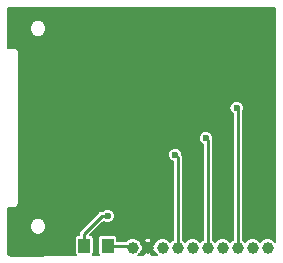
<source format=gbr>
G04 #@! TF.GenerationSoftware,KiCad,Pcbnew,(5.0.1-3-g963ef8bb5)*
G04 #@! TF.CreationDate,2019-06-17T12:23:27-10:00*
G04 #@! TF.ProjectId,OpenHAK_Display,4F70656E48414B5F446973706C61792E,rev?*
G04 #@! TF.SameCoordinates,Original*
G04 #@! TF.FileFunction,Copper,L1,Top,Signal*
G04 #@! TF.FilePolarity,Positive*
%FSLAX46Y46*%
G04 Gerber Fmt 4.6, Leading zero omitted, Abs format (unit mm)*
G04 Created by KiCad (PCBNEW (5.0.1-3-g963ef8bb5)) date Monday, June 17, 2019 at 12:23:27 PM*
%MOMM*%
%LPD*%
G01*
G04 APERTURE LIST*
G04 #@! TA.AperFunction,ComponentPad*
%ADD10C,1.000000*%
G04 #@! TD*
G04 #@! TA.AperFunction,SMDPad,CuDef*
%ADD11R,1.000000X1.250000*%
G04 #@! TD*
G04 #@! TA.AperFunction,ViaPad*
%ADD12C,0.600000*%
G04 #@! TD*
G04 #@! TA.AperFunction,Conductor*
%ADD13C,0.250000*%
G04 #@! TD*
G04 #@! TA.AperFunction,Conductor*
%ADD14C,0.200000*%
G04 #@! TD*
G04 APERTURE END LIST*
D10*
G04 #@! TO.P,P1,1*
G04 #@! TO.N,GND*
X128111338Y-111940542D03*
G04 #@! TO.P,P1,2*
G04 #@! TO.N,+3V3*
X129381338Y-111940542D03*
G04 #@! TO.P,P1,3*
G04 #@! TO.N,Net-(P1-Pad3)*
X130651338Y-111940542D03*
G04 #@! TO.P,P1,4*
G04 #@! TO.N,/SDA*
X131921338Y-111940542D03*
G04 #@! TO.P,P1,5*
G04 #@! TO.N,Net-(P1-Pad5)*
X133191338Y-111940542D03*
G04 #@! TO.P,P1,6*
G04 #@! TO.N,/SCL*
X134461338Y-111940542D03*
G04 #@! TO.P,P1,7*
G04 #@! TO.N,Net-(P1-Pad7)*
X135731338Y-111940542D03*
G04 #@! TO.P,P1,8*
G04 #@! TO.N,/OLED_RST*
X137001338Y-111940542D03*
G04 #@! TO.P,P1,9*
G04 #@! TO.N,Net-(P1-Pad9)*
X138271338Y-111940542D03*
G04 #@! TO.P,P1,10*
G04 #@! TO.N,Net-(P1-Pad10)*
X139541338Y-111940542D03*
G04 #@! TD*
D11*
G04 #@! TO.P,test,2*
G04 #@! TO.N,GND*
X126005000Y-111761000D03*
G04 #@! TO.P,test,1*
G04 #@! TO.N,/VCC*
X124005000Y-111761000D03*
G04 #@! TD*
D12*
G04 #@! TO.N,+3V3*
X122271338Y-97540542D03*
X122281338Y-96220542D03*
X139696337Y-102325542D03*
X133274998Y-93161000D03*
G04 #@! TO.N,/OLED_RST*
X136916338Y-100115542D03*
G04 #@! TO.N,/SCL*
X134316338Y-102690542D03*
G04 #@! TO.N,/SDA*
X131716338Y-104065542D03*
G04 #@! TO.N,/VCC*
X126005000Y-109261000D03*
G04 #@! TD*
D13*
G04 #@! TO.N,GND*
X127931796Y-111761000D02*
X128111338Y-111940542D01*
X126005000Y-111761000D02*
X127931796Y-111761000D01*
G04 #@! TO.N,/OLED_RST*
X137001338Y-100200542D02*
X136916338Y-100115542D01*
X137001338Y-111940542D02*
X137001338Y-100200542D01*
G04 #@! TO.N,/SCL*
X134461338Y-102835542D02*
X134316338Y-102690542D01*
X134461338Y-111940542D02*
X134461338Y-102835542D01*
G04 #@! TO.N,/SDA*
X131921338Y-104270542D02*
X131716338Y-104065542D01*
X131921338Y-111940542D02*
X131921338Y-104270542D01*
G04 #@! TO.N,/VCC*
X125505000Y-109261000D02*
X126005000Y-109261000D01*
X124005000Y-110761000D02*
X125505000Y-109261000D01*
X124005000Y-111761000D02*
X124005000Y-110761000D01*
G04 #@! TD*
D14*
G04 #@! TO.N,+3V3*
G36*
X140086363Y-91631845D02*
X140124532Y-91657348D01*
X140150035Y-91695517D01*
X140166339Y-91777484D01*
X140166338Y-111434171D01*
X139994502Y-111262335D01*
X139700468Y-111140542D01*
X139382208Y-111140542D01*
X139088174Y-111262335D01*
X138906338Y-111444171D01*
X138724502Y-111262335D01*
X138430468Y-111140542D01*
X138112208Y-111140542D01*
X137818174Y-111262335D01*
X137636338Y-111444171D01*
X137454502Y-111262335D01*
X137426338Y-111250669D01*
X137426338Y-100452170D01*
X137516338Y-100234889D01*
X137516338Y-99996195D01*
X137424994Y-99775669D01*
X137256211Y-99606886D01*
X137035685Y-99515542D01*
X136796991Y-99515542D01*
X136576465Y-99606886D01*
X136407682Y-99775669D01*
X136316338Y-99996195D01*
X136316338Y-100234889D01*
X136407682Y-100455415D01*
X136576339Y-100624072D01*
X136576338Y-111250669D01*
X136548174Y-111262335D01*
X136366338Y-111444171D01*
X136184502Y-111262335D01*
X135890468Y-111140542D01*
X135572208Y-111140542D01*
X135278174Y-111262335D01*
X135096338Y-111444171D01*
X134914502Y-111262335D01*
X134886338Y-111250669D01*
X134886338Y-102882316D01*
X134916338Y-102809889D01*
X134916338Y-102571195D01*
X134824994Y-102350669D01*
X134656211Y-102181886D01*
X134435685Y-102090542D01*
X134196991Y-102090542D01*
X133976465Y-102181886D01*
X133807682Y-102350669D01*
X133716338Y-102571195D01*
X133716338Y-102809889D01*
X133807682Y-103030415D01*
X133976465Y-103199198D01*
X134036339Y-103223998D01*
X134036338Y-111250669D01*
X134008174Y-111262335D01*
X133826338Y-111444171D01*
X133644502Y-111262335D01*
X133350468Y-111140542D01*
X133032208Y-111140542D01*
X132738174Y-111262335D01*
X132556338Y-111444171D01*
X132374502Y-111262335D01*
X132346338Y-111250669D01*
X132346338Y-104312399D01*
X132354664Y-104270542D01*
X132321679Y-104104715D01*
X132316338Y-104096722D01*
X132316338Y-103946195D01*
X132224994Y-103725669D01*
X132056211Y-103556886D01*
X131835685Y-103465542D01*
X131596991Y-103465542D01*
X131376465Y-103556886D01*
X131207682Y-103725669D01*
X131116338Y-103946195D01*
X131116338Y-104184889D01*
X131207682Y-104405415D01*
X131376465Y-104574198D01*
X131496339Y-104623851D01*
X131496338Y-111250669D01*
X131468174Y-111262335D01*
X131286338Y-111444171D01*
X131104502Y-111262335D01*
X130810468Y-111140542D01*
X130492208Y-111140542D01*
X130198174Y-111262335D01*
X129973131Y-111487378D01*
X129921156Y-111612856D01*
X129593470Y-111940542D01*
X129921156Y-112268228D01*
X129973131Y-112393706D01*
X130174017Y-112594592D01*
X129771028Y-112594962D01*
X129788154Y-112559490D01*
X129381338Y-112152674D01*
X128974522Y-112559490D01*
X128991993Y-112595676D01*
X128587203Y-112596048D01*
X128789545Y-112393706D01*
X128841520Y-112268228D01*
X129169206Y-111940542D01*
X128841520Y-111612856D01*
X128789545Y-111487378D01*
X128623761Y-111321594D01*
X128974522Y-111321594D01*
X129381338Y-111728410D01*
X129788154Y-111321594D01*
X129731250Y-111203735D01*
X129422651Y-111125916D01*
X129107762Y-111172116D01*
X129031426Y-111203735D01*
X128974522Y-111321594D01*
X128623761Y-111321594D01*
X128564502Y-111262335D01*
X128270468Y-111140542D01*
X127952208Y-111140542D01*
X127658174Y-111262335D01*
X127584509Y-111336000D01*
X126810877Y-111336000D01*
X126810877Y-111136000D01*
X126787593Y-111018946D01*
X126721288Y-110919712D01*
X126622054Y-110853407D01*
X126505000Y-110830123D01*
X125505000Y-110830123D01*
X125387946Y-110853407D01*
X125288712Y-110919712D01*
X125222407Y-111018946D01*
X125199123Y-111136000D01*
X125199123Y-112386000D01*
X125222407Y-112503054D01*
X125286565Y-112599075D01*
X124723090Y-112599592D01*
X124787593Y-112503054D01*
X124810877Y-112386000D01*
X124810877Y-111136000D01*
X124787593Y-111018946D01*
X124721288Y-110919712D01*
X124622054Y-110853407D01*
X124531622Y-110835418D01*
X125631256Y-109735785D01*
X125665127Y-109769656D01*
X125885653Y-109861000D01*
X126124347Y-109861000D01*
X126344873Y-109769656D01*
X126513656Y-109600873D01*
X126605000Y-109380347D01*
X126605000Y-109141653D01*
X126513656Y-108921127D01*
X126344873Y-108752344D01*
X126124347Y-108661000D01*
X125885653Y-108661000D01*
X125665127Y-108752344D01*
X125581471Y-108836000D01*
X125546855Y-108836000D01*
X125504999Y-108827674D01*
X125463143Y-108836000D01*
X125463142Y-108836000D01*
X125339173Y-108860659D01*
X125198592Y-108954592D01*
X125174881Y-108990078D01*
X123734079Y-110430881D01*
X123698593Y-110454592D01*
X123674882Y-110490078D01*
X123604659Y-110595174D01*
X123571674Y-110761000D01*
X123580001Y-110802862D01*
X123580001Y-110830123D01*
X123505000Y-110830123D01*
X123387946Y-110853407D01*
X123288712Y-110919712D01*
X123222407Y-111018946D01*
X123199123Y-111136000D01*
X123199123Y-112386000D01*
X123222407Y-112503054D01*
X123287790Y-112600908D01*
X117783193Y-112605957D01*
X117666747Y-112582794D01*
X117620467Y-112551871D01*
X117589544Y-112505592D01*
X117571329Y-112414019D01*
X117570568Y-109992720D01*
X119412752Y-109992720D01*
X119412752Y-110271198D01*
X119519320Y-110528477D01*
X119716234Y-110725391D01*
X119973513Y-110831959D01*
X120251991Y-110831959D01*
X120509270Y-110725391D01*
X120706184Y-110528477D01*
X120812752Y-110271198D01*
X120812752Y-109992720D01*
X120706184Y-109735441D01*
X120509270Y-109538527D01*
X120251991Y-109431959D01*
X119973513Y-109431959D01*
X119716234Y-109538527D01*
X119519320Y-109735441D01*
X119412752Y-109992720D01*
X117570568Y-109992720D01*
X117570118Y-108565808D01*
X118055857Y-108565560D01*
X118095000Y-108573346D01*
X118241316Y-108544242D01*
X118365359Y-108461359D01*
X118448242Y-108337317D01*
X118470000Y-108227931D01*
X118470000Y-108208912D01*
X118473683Y-108190347D01*
X118470000Y-108171880D01*
X118470000Y-95408914D01*
X118473683Y-95390349D01*
X118470000Y-95371882D01*
X118470000Y-95354069D01*
X118448242Y-95244683D01*
X118365359Y-95120641D01*
X118241317Y-95037758D01*
X118095000Y-95008654D01*
X118060290Y-95015558D01*
X117560000Y-95015811D01*
X117560000Y-93242720D01*
X119412752Y-93242720D01*
X119412752Y-93521198D01*
X119519320Y-93778477D01*
X119716234Y-93975391D01*
X119973513Y-94081959D01*
X120251991Y-94081959D01*
X120509270Y-93975391D01*
X120706184Y-93778477D01*
X120812752Y-93521198D01*
X120812752Y-93242720D01*
X120706184Y-92985441D01*
X120509270Y-92788527D01*
X120251991Y-92681959D01*
X119973513Y-92681959D01*
X119716234Y-92788527D01*
X119519320Y-92985441D01*
X119412752Y-93242720D01*
X117560000Y-93242720D01*
X117560000Y-91777478D01*
X117576303Y-91695517D01*
X117601806Y-91657348D01*
X117639975Y-91631845D01*
X117719640Y-91615999D01*
X140004405Y-91615543D01*
X140086363Y-91631845D01*
X140086363Y-91631845D01*
G37*
X140086363Y-91631845D02*
X140124532Y-91657348D01*
X140150035Y-91695517D01*
X140166339Y-91777484D01*
X140166338Y-111434171D01*
X139994502Y-111262335D01*
X139700468Y-111140542D01*
X139382208Y-111140542D01*
X139088174Y-111262335D01*
X138906338Y-111444171D01*
X138724502Y-111262335D01*
X138430468Y-111140542D01*
X138112208Y-111140542D01*
X137818174Y-111262335D01*
X137636338Y-111444171D01*
X137454502Y-111262335D01*
X137426338Y-111250669D01*
X137426338Y-100452170D01*
X137516338Y-100234889D01*
X137516338Y-99996195D01*
X137424994Y-99775669D01*
X137256211Y-99606886D01*
X137035685Y-99515542D01*
X136796991Y-99515542D01*
X136576465Y-99606886D01*
X136407682Y-99775669D01*
X136316338Y-99996195D01*
X136316338Y-100234889D01*
X136407682Y-100455415D01*
X136576339Y-100624072D01*
X136576338Y-111250669D01*
X136548174Y-111262335D01*
X136366338Y-111444171D01*
X136184502Y-111262335D01*
X135890468Y-111140542D01*
X135572208Y-111140542D01*
X135278174Y-111262335D01*
X135096338Y-111444171D01*
X134914502Y-111262335D01*
X134886338Y-111250669D01*
X134886338Y-102882316D01*
X134916338Y-102809889D01*
X134916338Y-102571195D01*
X134824994Y-102350669D01*
X134656211Y-102181886D01*
X134435685Y-102090542D01*
X134196991Y-102090542D01*
X133976465Y-102181886D01*
X133807682Y-102350669D01*
X133716338Y-102571195D01*
X133716338Y-102809889D01*
X133807682Y-103030415D01*
X133976465Y-103199198D01*
X134036339Y-103223998D01*
X134036338Y-111250669D01*
X134008174Y-111262335D01*
X133826338Y-111444171D01*
X133644502Y-111262335D01*
X133350468Y-111140542D01*
X133032208Y-111140542D01*
X132738174Y-111262335D01*
X132556338Y-111444171D01*
X132374502Y-111262335D01*
X132346338Y-111250669D01*
X132346338Y-104312399D01*
X132354664Y-104270542D01*
X132321679Y-104104715D01*
X132316338Y-104096722D01*
X132316338Y-103946195D01*
X132224994Y-103725669D01*
X132056211Y-103556886D01*
X131835685Y-103465542D01*
X131596991Y-103465542D01*
X131376465Y-103556886D01*
X131207682Y-103725669D01*
X131116338Y-103946195D01*
X131116338Y-104184889D01*
X131207682Y-104405415D01*
X131376465Y-104574198D01*
X131496339Y-104623851D01*
X131496338Y-111250669D01*
X131468174Y-111262335D01*
X131286338Y-111444171D01*
X131104502Y-111262335D01*
X130810468Y-111140542D01*
X130492208Y-111140542D01*
X130198174Y-111262335D01*
X129973131Y-111487378D01*
X129921156Y-111612856D01*
X129593470Y-111940542D01*
X129921156Y-112268228D01*
X129973131Y-112393706D01*
X130174017Y-112594592D01*
X129771028Y-112594962D01*
X129788154Y-112559490D01*
X129381338Y-112152674D01*
X128974522Y-112559490D01*
X128991993Y-112595676D01*
X128587203Y-112596048D01*
X128789545Y-112393706D01*
X128841520Y-112268228D01*
X129169206Y-111940542D01*
X128841520Y-111612856D01*
X128789545Y-111487378D01*
X128623761Y-111321594D01*
X128974522Y-111321594D01*
X129381338Y-111728410D01*
X129788154Y-111321594D01*
X129731250Y-111203735D01*
X129422651Y-111125916D01*
X129107762Y-111172116D01*
X129031426Y-111203735D01*
X128974522Y-111321594D01*
X128623761Y-111321594D01*
X128564502Y-111262335D01*
X128270468Y-111140542D01*
X127952208Y-111140542D01*
X127658174Y-111262335D01*
X127584509Y-111336000D01*
X126810877Y-111336000D01*
X126810877Y-111136000D01*
X126787593Y-111018946D01*
X126721288Y-110919712D01*
X126622054Y-110853407D01*
X126505000Y-110830123D01*
X125505000Y-110830123D01*
X125387946Y-110853407D01*
X125288712Y-110919712D01*
X125222407Y-111018946D01*
X125199123Y-111136000D01*
X125199123Y-112386000D01*
X125222407Y-112503054D01*
X125286565Y-112599075D01*
X124723090Y-112599592D01*
X124787593Y-112503054D01*
X124810877Y-112386000D01*
X124810877Y-111136000D01*
X124787593Y-111018946D01*
X124721288Y-110919712D01*
X124622054Y-110853407D01*
X124531622Y-110835418D01*
X125631256Y-109735785D01*
X125665127Y-109769656D01*
X125885653Y-109861000D01*
X126124347Y-109861000D01*
X126344873Y-109769656D01*
X126513656Y-109600873D01*
X126605000Y-109380347D01*
X126605000Y-109141653D01*
X126513656Y-108921127D01*
X126344873Y-108752344D01*
X126124347Y-108661000D01*
X125885653Y-108661000D01*
X125665127Y-108752344D01*
X125581471Y-108836000D01*
X125546855Y-108836000D01*
X125504999Y-108827674D01*
X125463143Y-108836000D01*
X125463142Y-108836000D01*
X125339173Y-108860659D01*
X125198592Y-108954592D01*
X125174881Y-108990078D01*
X123734079Y-110430881D01*
X123698593Y-110454592D01*
X123674882Y-110490078D01*
X123604659Y-110595174D01*
X123571674Y-110761000D01*
X123580001Y-110802862D01*
X123580001Y-110830123D01*
X123505000Y-110830123D01*
X123387946Y-110853407D01*
X123288712Y-110919712D01*
X123222407Y-111018946D01*
X123199123Y-111136000D01*
X123199123Y-112386000D01*
X123222407Y-112503054D01*
X123287790Y-112600908D01*
X117783193Y-112605957D01*
X117666747Y-112582794D01*
X117620467Y-112551871D01*
X117589544Y-112505592D01*
X117571329Y-112414019D01*
X117570568Y-109992720D01*
X119412752Y-109992720D01*
X119412752Y-110271198D01*
X119519320Y-110528477D01*
X119716234Y-110725391D01*
X119973513Y-110831959D01*
X120251991Y-110831959D01*
X120509270Y-110725391D01*
X120706184Y-110528477D01*
X120812752Y-110271198D01*
X120812752Y-109992720D01*
X120706184Y-109735441D01*
X120509270Y-109538527D01*
X120251991Y-109431959D01*
X119973513Y-109431959D01*
X119716234Y-109538527D01*
X119519320Y-109735441D01*
X119412752Y-109992720D01*
X117570568Y-109992720D01*
X117570118Y-108565808D01*
X118055857Y-108565560D01*
X118095000Y-108573346D01*
X118241316Y-108544242D01*
X118365359Y-108461359D01*
X118448242Y-108337317D01*
X118470000Y-108227931D01*
X118470000Y-108208912D01*
X118473683Y-108190347D01*
X118470000Y-108171880D01*
X118470000Y-95408914D01*
X118473683Y-95390349D01*
X118470000Y-95371882D01*
X118470000Y-95354069D01*
X118448242Y-95244683D01*
X118365359Y-95120641D01*
X118241317Y-95037758D01*
X118095000Y-95008654D01*
X118060290Y-95015558D01*
X117560000Y-95015811D01*
X117560000Y-93242720D01*
X119412752Y-93242720D01*
X119412752Y-93521198D01*
X119519320Y-93778477D01*
X119716234Y-93975391D01*
X119973513Y-94081959D01*
X120251991Y-94081959D01*
X120509270Y-93975391D01*
X120706184Y-93778477D01*
X120812752Y-93521198D01*
X120812752Y-93242720D01*
X120706184Y-92985441D01*
X120509270Y-92788527D01*
X120251991Y-92681959D01*
X119973513Y-92681959D01*
X119716234Y-92788527D01*
X119519320Y-92985441D01*
X119412752Y-93242720D01*
X117560000Y-93242720D01*
X117560000Y-91777478D01*
X117576303Y-91695517D01*
X117601806Y-91657348D01*
X117639975Y-91631845D01*
X117719640Y-91615999D01*
X140004405Y-91615543D01*
X140086363Y-91631845D01*
G04 #@! TD*
M02*

</source>
